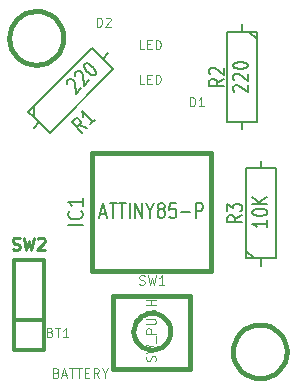
<source format=gto>
G04 (created by PCBNEW-RS274X (2012-apr-16-27)-stable) date Sun 09 Feb 2014 20:33:20 GMT*
G01*
G70*
G90*
%MOIN*%
G04 Gerber Fmt 3.4, Leading zero omitted, Abs format*
%FSLAX34Y34*%
G04 APERTURE LIST*
%ADD10C,0.006000*%
%ADD11C,0.005000*%
%ADD12C,0.012000*%
%ADD13C,0.015000*%
%ADD14C,0.010000*%
%ADD15C,0.003900*%
%ADD16C,0.008000*%
%ADD17C,0.003500*%
G04 APERTURE END LIST*
G54D10*
G54D11*
X59700Y-34350D02*
X58950Y-34350D01*
X58950Y-34350D02*
X58950Y-37350D01*
X58950Y-37350D02*
X59950Y-37350D01*
X59950Y-37350D02*
X59950Y-34350D01*
X59950Y-34350D02*
X59700Y-34350D01*
X59450Y-34100D02*
X59450Y-34350D01*
X59450Y-37350D02*
X59450Y-37600D01*
X59700Y-34350D02*
X59950Y-34600D01*
X59850Y-41900D02*
X60600Y-41900D01*
X60600Y-41900D02*
X60600Y-38900D01*
X60600Y-38900D02*
X59600Y-38900D01*
X59600Y-38900D02*
X59600Y-41900D01*
X59600Y-41900D02*
X59850Y-41900D01*
X60100Y-42150D02*
X60100Y-41900D01*
X60100Y-38900D02*
X60100Y-38650D01*
X59850Y-41900D02*
X59600Y-41650D01*
G54D12*
X52850Y-44950D02*
X51850Y-44950D01*
X51850Y-44950D02*
X51850Y-41950D01*
X51850Y-41950D02*
X52850Y-41950D01*
X52850Y-41950D02*
X52850Y-44950D01*
X51850Y-43950D02*
X52850Y-43950D01*
G54D13*
X60950Y-45000D02*
X60932Y-45174D01*
X60882Y-45342D01*
X60799Y-45498D01*
X60688Y-45634D01*
X60553Y-45746D01*
X60398Y-45829D01*
X60230Y-45881D01*
X60056Y-45899D01*
X59882Y-45884D01*
X59713Y-45834D01*
X59558Y-45753D01*
X59421Y-45643D01*
X59308Y-45508D01*
X59223Y-45354D01*
X59170Y-45187D01*
X59151Y-45012D01*
X59165Y-44838D01*
X59214Y-44669D01*
X59294Y-44513D01*
X59403Y-44375D01*
X59537Y-44261D01*
X59690Y-44176D01*
X59857Y-44121D01*
X60032Y-44101D01*
X60206Y-44114D01*
X60375Y-44161D01*
X60532Y-44241D01*
X60670Y-44349D01*
X60785Y-44482D01*
X60872Y-44634D01*
X60927Y-44801D01*
X60949Y-44975D01*
X60950Y-45000D01*
X53500Y-34550D02*
X53482Y-34724D01*
X53432Y-34892D01*
X53349Y-35048D01*
X53238Y-35184D01*
X53103Y-35296D01*
X52948Y-35379D01*
X52780Y-35431D01*
X52606Y-35449D01*
X52432Y-35434D01*
X52263Y-35384D01*
X52108Y-35303D01*
X51971Y-35193D01*
X51858Y-35058D01*
X51773Y-34904D01*
X51720Y-34737D01*
X51701Y-34562D01*
X51715Y-34388D01*
X51764Y-34219D01*
X51844Y-34063D01*
X51953Y-33925D01*
X52087Y-33811D01*
X52240Y-33726D01*
X52407Y-33671D01*
X52582Y-33651D01*
X52756Y-33664D01*
X52925Y-33711D01*
X53082Y-33791D01*
X53220Y-33899D01*
X53335Y-34032D01*
X53422Y-34184D01*
X53477Y-34351D01*
X53499Y-34525D01*
X53500Y-34550D01*
X57730Y-43150D02*
X57730Y-45570D01*
X55170Y-43150D02*
X55170Y-45570D01*
X57062Y-44330D02*
X57050Y-44448D01*
X57015Y-44563D01*
X56959Y-44668D01*
X56884Y-44761D01*
X56792Y-44837D01*
X56687Y-44894D01*
X56573Y-44929D01*
X56454Y-44941D01*
X56336Y-44931D01*
X56221Y-44897D01*
X56115Y-44842D01*
X56022Y-44767D01*
X55946Y-44675D01*
X55888Y-44571D01*
X55852Y-44457D01*
X55839Y-44338D01*
X55849Y-44220D01*
X55881Y-44105D01*
X55936Y-43999D01*
X56010Y-43905D01*
X56101Y-43828D01*
X56205Y-43770D01*
X56319Y-43733D01*
X56438Y-43719D01*
X56556Y-43728D01*
X56671Y-43760D01*
X56777Y-43814D01*
X56872Y-43887D01*
X56950Y-43978D01*
X57009Y-44082D01*
X57046Y-44195D01*
X57061Y-44313D01*
X57062Y-44330D01*
X55170Y-45570D02*
X57730Y-45570D01*
X55170Y-43150D02*
X57730Y-43150D01*
G54D11*
X52513Y-37184D02*
X53043Y-37714D01*
X53043Y-37714D02*
X55164Y-35593D01*
X55164Y-35593D02*
X54457Y-34886D01*
X54457Y-34886D02*
X52336Y-37007D01*
X52336Y-37007D02*
X52513Y-37184D01*
X52513Y-37537D02*
X52689Y-37361D01*
X54811Y-35239D02*
X54987Y-35063D01*
X52513Y-37184D02*
X52513Y-36830D01*
G54D13*
X54470Y-38370D02*
X58430Y-38370D01*
X58430Y-38370D02*
X58430Y-42330D01*
X58430Y-42330D02*
X54470Y-42330D01*
X54470Y-42330D02*
X54470Y-38370D01*
G54D10*
X58852Y-35916D02*
X58614Y-36050D01*
X58852Y-36145D02*
X58352Y-36145D01*
X58352Y-35992D01*
X58376Y-35954D01*
X58400Y-35935D01*
X58448Y-35916D01*
X58519Y-35916D01*
X58567Y-35935D01*
X58590Y-35954D01*
X58614Y-35992D01*
X58614Y-36145D01*
X58400Y-35764D02*
X58376Y-35745D01*
X58352Y-35707D01*
X58352Y-35611D01*
X58376Y-35573D01*
X58400Y-35554D01*
X58448Y-35535D01*
X58495Y-35535D01*
X58567Y-35554D01*
X58852Y-35783D01*
X58852Y-35535D01*
X59200Y-36345D02*
X59176Y-36326D01*
X59152Y-36288D01*
X59152Y-36192D01*
X59176Y-36154D01*
X59200Y-36135D01*
X59248Y-36116D01*
X59295Y-36116D01*
X59367Y-36135D01*
X59652Y-36364D01*
X59652Y-36116D01*
X59200Y-35964D02*
X59176Y-35945D01*
X59152Y-35907D01*
X59152Y-35811D01*
X59176Y-35773D01*
X59200Y-35754D01*
X59248Y-35735D01*
X59295Y-35735D01*
X59367Y-35754D01*
X59652Y-35983D01*
X59652Y-35735D01*
X59152Y-35488D02*
X59152Y-35449D01*
X59176Y-35411D01*
X59200Y-35392D01*
X59248Y-35373D01*
X59343Y-35354D01*
X59462Y-35354D01*
X59557Y-35373D01*
X59605Y-35392D01*
X59629Y-35411D01*
X59652Y-35449D01*
X59652Y-35488D01*
X59629Y-35526D01*
X59605Y-35545D01*
X59557Y-35564D01*
X59462Y-35583D01*
X59343Y-35583D01*
X59248Y-35564D01*
X59200Y-35545D01*
X59176Y-35526D01*
X59152Y-35488D01*
X59452Y-40466D02*
X59214Y-40600D01*
X59452Y-40695D02*
X58952Y-40695D01*
X58952Y-40542D01*
X58976Y-40504D01*
X59000Y-40485D01*
X59048Y-40466D01*
X59119Y-40466D01*
X59167Y-40485D01*
X59190Y-40504D01*
X59214Y-40542D01*
X59214Y-40695D01*
X58952Y-40333D02*
X58952Y-40085D01*
X59143Y-40219D01*
X59143Y-40161D01*
X59167Y-40123D01*
X59190Y-40104D01*
X59238Y-40085D01*
X59357Y-40085D01*
X59405Y-40104D01*
X59429Y-40123D01*
X59452Y-40161D01*
X59452Y-40276D01*
X59429Y-40314D01*
X59405Y-40333D01*
X60302Y-40626D02*
X60302Y-40855D01*
X60302Y-40741D02*
X59802Y-40741D01*
X59874Y-40779D01*
X59921Y-40817D01*
X59945Y-40855D01*
X59802Y-40379D02*
X59802Y-40340D01*
X59826Y-40302D01*
X59850Y-40283D01*
X59898Y-40264D01*
X59993Y-40245D01*
X60112Y-40245D01*
X60207Y-40264D01*
X60255Y-40283D01*
X60279Y-40302D01*
X60302Y-40340D01*
X60302Y-40379D01*
X60279Y-40417D01*
X60255Y-40436D01*
X60207Y-40455D01*
X60112Y-40474D01*
X59993Y-40474D01*
X59898Y-40455D01*
X59850Y-40436D01*
X59826Y-40417D01*
X59802Y-40379D01*
X60302Y-40074D02*
X59802Y-40074D01*
X60302Y-39845D02*
X60017Y-40017D01*
X59802Y-39845D02*
X60088Y-40074D01*
G54D14*
X51817Y-41593D02*
X51874Y-41612D01*
X51970Y-41612D01*
X52008Y-41593D01*
X52027Y-41574D01*
X52046Y-41536D01*
X52046Y-41498D01*
X52027Y-41460D01*
X52008Y-41440D01*
X51970Y-41421D01*
X51893Y-41402D01*
X51855Y-41383D01*
X51836Y-41364D01*
X51817Y-41326D01*
X51817Y-41288D01*
X51836Y-41250D01*
X51855Y-41231D01*
X51893Y-41212D01*
X51989Y-41212D01*
X52046Y-41231D01*
X52179Y-41212D02*
X52274Y-41612D01*
X52351Y-41326D01*
X52427Y-41612D01*
X52522Y-41212D01*
X52655Y-41250D02*
X52674Y-41231D01*
X52712Y-41212D01*
X52808Y-41212D01*
X52846Y-41231D01*
X52865Y-41250D01*
X52884Y-41288D01*
X52884Y-41326D01*
X52865Y-41383D01*
X52636Y-41612D01*
X52884Y-41612D01*
G54D15*
X53053Y-44362D02*
X53098Y-44377D01*
X53113Y-44392D01*
X53128Y-44422D01*
X53128Y-44467D01*
X53113Y-44497D01*
X53098Y-44512D01*
X53068Y-44527D01*
X52948Y-44527D01*
X52948Y-44212D01*
X53053Y-44212D01*
X53083Y-44227D01*
X53098Y-44242D01*
X53113Y-44272D01*
X53113Y-44302D01*
X53098Y-44332D01*
X53083Y-44347D01*
X53053Y-44362D01*
X52948Y-44362D01*
X53218Y-44212D02*
X53398Y-44212D01*
X53308Y-44527D02*
X53308Y-44212D01*
X53668Y-44527D02*
X53488Y-44527D01*
X53578Y-44527D02*
X53578Y-44212D01*
X53548Y-44257D01*
X53518Y-44287D01*
X53488Y-44302D01*
X53263Y-45712D02*
X53308Y-45727D01*
X53323Y-45742D01*
X53338Y-45772D01*
X53338Y-45817D01*
X53323Y-45847D01*
X53308Y-45862D01*
X53278Y-45877D01*
X53158Y-45877D01*
X53158Y-45562D01*
X53263Y-45562D01*
X53293Y-45577D01*
X53308Y-45592D01*
X53323Y-45622D01*
X53323Y-45652D01*
X53308Y-45682D01*
X53293Y-45697D01*
X53263Y-45712D01*
X53158Y-45712D01*
X53458Y-45787D02*
X53608Y-45787D01*
X53428Y-45877D02*
X53533Y-45562D01*
X53638Y-45877D01*
X53698Y-45562D02*
X53878Y-45562D01*
X53788Y-45877D02*
X53788Y-45562D01*
X53938Y-45562D02*
X54118Y-45562D01*
X54028Y-45877D02*
X54028Y-45562D01*
X54223Y-45712D02*
X54328Y-45712D01*
X54373Y-45877D02*
X54223Y-45877D01*
X54223Y-45562D01*
X54373Y-45562D01*
X54688Y-45877D02*
X54583Y-45727D01*
X54508Y-45877D02*
X54508Y-45562D01*
X54628Y-45562D01*
X54658Y-45577D01*
X54673Y-45592D01*
X54688Y-45622D01*
X54688Y-45667D01*
X54673Y-45697D01*
X54658Y-45712D01*
X54628Y-45727D01*
X54508Y-45727D01*
X54883Y-45727D02*
X54883Y-45877D01*
X54778Y-45562D02*
X54883Y-45727D01*
X54988Y-45562D01*
X56030Y-42762D02*
X56075Y-42777D01*
X56150Y-42777D01*
X56180Y-42762D01*
X56195Y-42747D01*
X56210Y-42717D01*
X56210Y-42687D01*
X56195Y-42657D01*
X56180Y-42642D01*
X56150Y-42627D01*
X56090Y-42612D01*
X56060Y-42597D01*
X56045Y-42582D01*
X56030Y-42552D01*
X56030Y-42522D01*
X56045Y-42492D01*
X56060Y-42477D01*
X56090Y-42462D01*
X56165Y-42462D01*
X56210Y-42477D01*
X56315Y-42462D02*
X56390Y-42777D01*
X56450Y-42552D01*
X56510Y-42777D01*
X56585Y-42462D01*
X56870Y-42777D02*
X56690Y-42777D01*
X56780Y-42777D02*
X56780Y-42462D01*
X56750Y-42507D01*
X56720Y-42537D01*
X56690Y-42552D01*
X56562Y-45327D02*
X56577Y-45282D01*
X56577Y-45207D01*
X56562Y-45177D01*
X56547Y-45162D01*
X56517Y-45147D01*
X56487Y-45147D01*
X56457Y-45162D01*
X56442Y-45177D01*
X56427Y-45207D01*
X56412Y-45267D01*
X56397Y-45297D01*
X56382Y-45312D01*
X56352Y-45327D01*
X56322Y-45327D01*
X56292Y-45312D01*
X56277Y-45297D01*
X56262Y-45267D01*
X56262Y-45192D01*
X56277Y-45147D01*
X56262Y-45042D02*
X56577Y-44967D01*
X56352Y-44907D01*
X56577Y-44847D01*
X56262Y-44772D01*
X56607Y-44727D02*
X56607Y-44487D01*
X56577Y-44412D02*
X56262Y-44412D01*
X56262Y-44292D01*
X56277Y-44262D01*
X56292Y-44247D01*
X56322Y-44232D01*
X56367Y-44232D01*
X56397Y-44247D01*
X56412Y-44262D01*
X56427Y-44292D01*
X56427Y-44412D01*
X56262Y-44097D02*
X56517Y-44097D01*
X56547Y-44082D01*
X56562Y-44067D01*
X56577Y-44037D01*
X56577Y-43977D01*
X56562Y-43947D01*
X56547Y-43932D01*
X56517Y-43917D01*
X56262Y-43917D01*
X56562Y-43782D02*
X56577Y-43737D01*
X56577Y-43662D01*
X56562Y-43632D01*
X56547Y-43617D01*
X56517Y-43602D01*
X56487Y-43602D01*
X56457Y-43617D01*
X56442Y-43632D01*
X56427Y-43662D01*
X56412Y-43722D01*
X56397Y-43752D01*
X56382Y-43767D01*
X56352Y-43782D01*
X56322Y-43782D01*
X56292Y-43767D01*
X56277Y-43752D01*
X56262Y-43722D01*
X56262Y-43647D01*
X56277Y-43602D01*
X56577Y-43467D02*
X56262Y-43467D01*
X56412Y-43467D02*
X56412Y-43287D01*
X56577Y-43287D02*
X56262Y-43287D01*
G54D10*
X54296Y-37540D02*
X54033Y-37466D01*
X54134Y-37701D02*
X53781Y-37348D01*
X53889Y-37240D01*
X53933Y-37230D01*
X53963Y-37233D01*
X54010Y-37254D01*
X54061Y-37304D01*
X54081Y-37351D01*
X54084Y-37381D01*
X54074Y-37425D01*
X53966Y-37533D01*
X54566Y-37270D02*
X54404Y-37432D01*
X54484Y-37351D02*
X54131Y-36998D01*
X54155Y-37076D01*
X54161Y-37136D01*
X54151Y-37180D01*
X53623Y-36073D02*
X53620Y-36043D01*
X53630Y-35999D01*
X53697Y-35931D01*
X53741Y-35921D01*
X53772Y-35925D01*
X53819Y-35945D01*
X53852Y-35978D01*
X53890Y-36043D01*
X53929Y-36406D01*
X54105Y-36231D01*
X53893Y-35804D02*
X53889Y-35773D01*
X53899Y-35730D01*
X53967Y-35662D01*
X54011Y-35652D01*
X54041Y-35655D01*
X54088Y-35676D01*
X54122Y-35709D01*
X54159Y-35773D01*
X54199Y-36137D01*
X54374Y-35962D01*
X54195Y-35433D02*
X54223Y-35406D01*
X54267Y-35396D01*
X54297Y-35399D01*
X54344Y-35420D01*
X54425Y-35474D01*
X54509Y-35558D01*
X54563Y-35638D01*
X54583Y-35686D01*
X54587Y-35716D01*
X54576Y-35759D01*
X54549Y-35787D01*
X54506Y-35797D01*
X54475Y-35794D01*
X54428Y-35773D01*
X54347Y-35720D01*
X54263Y-35636D01*
X54209Y-35555D01*
X54189Y-35508D01*
X54185Y-35477D01*
X54195Y-35433D01*
G54D16*
X54152Y-40789D02*
X53652Y-40789D01*
X54105Y-40318D02*
X54129Y-40339D01*
X54152Y-40403D01*
X54152Y-40446D01*
X54129Y-40511D01*
X54081Y-40553D01*
X54033Y-40575D01*
X53938Y-40596D01*
X53867Y-40596D01*
X53771Y-40575D01*
X53724Y-40553D01*
X53676Y-40511D01*
X53652Y-40446D01*
X53652Y-40403D01*
X53676Y-40339D01*
X53700Y-40318D01*
X54152Y-39889D02*
X54152Y-40146D01*
X54152Y-40018D02*
X53652Y-40018D01*
X53724Y-40061D01*
X53771Y-40103D01*
X53795Y-40146D01*
X54745Y-40410D02*
X54936Y-40410D01*
X54707Y-40552D02*
X54840Y-40052D01*
X54974Y-40552D01*
X55050Y-40052D02*
X55279Y-40052D01*
X55164Y-40552D02*
X55164Y-40052D01*
X55355Y-40052D02*
X55584Y-40052D01*
X55469Y-40552D02*
X55469Y-40052D01*
X55717Y-40552D02*
X55717Y-40052D01*
X55907Y-40552D02*
X55907Y-40052D01*
X56136Y-40552D01*
X56136Y-40052D01*
X56402Y-40314D02*
X56402Y-40552D01*
X56269Y-40052D02*
X56402Y-40314D01*
X56536Y-40052D01*
X56726Y-40267D02*
X56688Y-40243D01*
X56669Y-40219D01*
X56650Y-40171D01*
X56650Y-40148D01*
X56669Y-40100D01*
X56688Y-40076D01*
X56726Y-40052D01*
X56803Y-40052D01*
X56841Y-40076D01*
X56860Y-40100D01*
X56879Y-40148D01*
X56879Y-40171D01*
X56860Y-40219D01*
X56841Y-40243D01*
X56803Y-40267D01*
X56726Y-40267D01*
X56688Y-40290D01*
X56669Y-40314D01*
X56650Y-40362D01*
X56650Y-40457D01*
X56669Y-40505D01*
X56688Y-40529D01*
X56726Y-40552D01*
X56803Y-40552D01*
X56841Y-40529D01*
X56860Y-40505D01*
X56879Y-40457D01*
X56879Y-40362D01*
X56860Y-40314D01*
X56841Y-40290D01*
X56803Y-40267D01*
X57241Y-40052D02*
X57050Y-40052D01*
X57031Y-40290D01*
X57050Y-40267D01*
X57088Y-40243D01*
X57184Y-40243D01*
X57222Y-40267D01*
X57241Y-40290D01*
X57260Y-40338D01*
X57260Y-40457D01*
X57241Y-40505D01*
X57222Y-40529D01*
X57184Y-40552D01*
X57088Y-40552D01*
X57050Y-40529D01*
X57031Y-40505D01*
X57431Y-40362D02*
X57736Y-40362D01*
X57926Y-40552D02*
X57926Y-40052D01*
X58079Y-40052D01*
X58117Y-40076D01*
X58136Y-40100D01*
X58155Y-40148D01*
X58155Y-40219D01*
X58136Y-40267D01*
X58117Y-40290D01*
X58079Y-40314D01*
X57926Y-40314D01*
G54D17*
X57728Y-36821D02*
X57728Y-36521D01*
X57800Y-36521D01*
X57843Y-36536D01*
X57871Y-36564D01*
X57886Y-36593D01*
X57900Y-36650D01*
X57900Y-36693D01*
X57886Y-36750D01*
X57871Y-36779D01*
X57843Y-36807D01*
X57800Y-36821D01*
X57728Y-36821D01*
X58186Y-36821D02*
X58014Y-36821D01*
X58100Y-36821D02*
X58100Y-36521D01*
X58071Y-36564D01*
X58043Y-36593D01*
X58014Y-36607D01*
X56207Y-36071D02*
X56064Y-36071D01*
X56064Y-35771D01*
X56307Y-35914D02*
X56407Y-35914D01*
X56450Y-36071D02*
X56307Y-36071D01*
X56307Y-35771D01*
X56450Y-35771D01*
X56578Y-36071D02*
X56578Y-35771D01*
X56650Y-35771D01*
X56693Y-35786D01*
X56721Y-35814D01*
X56736Y-35843D01*
X56750Y-35900D01*
X56750Y-35943D01*
X56736Y-36000D01*
X56721Y-36029D01*
X56693Y-36057D01*
X56650Y-36071D01*
X56578Y-36071D01*
X54628Y-34171D02*
X54628Y-33871D01*
X54700Y-33871D01*
X54743Y-33886D01*
X54771Y-33914D01*
X54786Y-33943D01*
X54800Y-34000D01*
X54800Y-34043D01*
X54786Y-34100D01*
X54771Y-34129D01*
X54743Y-34157D01*
X54700Y-34171D01*
X54628Y-34171D01*
X54914Y-33900D02*
X54928Y-33886D01*
X54957Y-33871D01*
X55028Y-33871D01*
X55057Y-33886D01*
X55071Y-33900D01*
X55086Y-33929D01*
X55086Y-33957D01*
X55071Y-34000D01*
X54900Y-34171D01*
X55086Y-34171D01*
X56207Y-34921D02*
X56064Y-34921D01*
X56064Y-34621D01*
X56307Y-34764D02*
X56407Y-34764D01*
X56450Y-34921D02*
X56307Y-34921D01*
X56307Y-34621D01*
X56450Y-34621D01*
X56578Y-34921D02*
X56578Y-34621D01*
X56650Y-34621D01*
X56693Y-34636D01*
X56721Y-34664D01*
X56736Y-34693D01*
X56750Y-34750D01*
X56750Y-34793D01*
X56736Y-34850D01*
X56721Y-34879D01*
X56693Y-34907D01*
X56650Y-34921D01*
X56578Y-34921D01*
M02*

</source>
